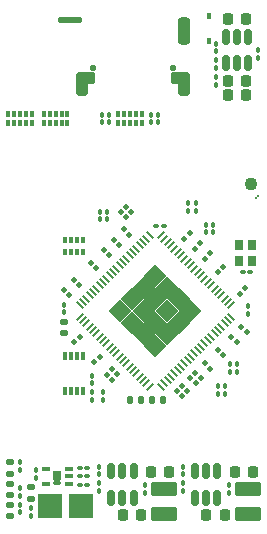
<source format=gbr>
%TF.GenerationSoftware,KiCad,Pcbnew,(6.0.2)*%
%TF.CreationDate,2022-04-22T09:08:27+08:00*%
%TF.ProjectId,usb-nvme,7573622d-6e76-46d6-952e-6b696361645f,rev?*%
%TF.SameCoordinates,Original*%
%TF.FileFunction,Soldermask,Top*%
%TF.FilePolarity,Negative*%
%FSLAX46Y46*%
G04 Gerber Fmt 4.6, Leading zero omitted, Abs format (unit mm)*
G04 Created by KiCad (PCBNEW (6.0.2)) date 2022-04-22 09:08:27*
%MOMM*%
%LPD*%
G01*
G04 APERTURE LIST*
G04 Aperture macros list*
%AMRoundRect*
0 Rectangle with rounded corners*
0 $1 Rounding radius*
0 $2 $3 $4 $5 $6 $7 $8 $9 X,Y pos of 4 corners*
0 Add a 4 corners polygon primitive as box body*
4,1,4,$2,$3,$4,$5,$6,$7,$8,$9,$2,$3,0*
0 Add four circle primitives for the rounded corners*
1,1,$1+$1,$2,$3*
1,1,$1+$1,$4,$5*
1,1,$1+$1,$6,$7*
1,1,$1+$1,$8,$9*
0 Add four rect primitives between the rounded corners*
20,1,$1+$1,$2,$3,$4,$5,0*
20,1,$1+$1,$4,$5,$6,$7,0*
20,1,$1+$1,$6,$7,$8,$9,0*
20,1,$1+$1,$8,$9,$2,$3,0*%
%AMRotRect*
0 Rectangle, with rotation*
0 The origin of the aperture is its center*
0 $1 length*
0 $2 width*
0 $3 Rotation angle, in degrees counterclockwise*
0 Add horizontal line*
21,1,$1,$2,0,0,$3*%
%AMFreePoly0*
4,1,6,0.650000,0.000000,0.050000,-0.300000,-0.100000,-0.300000,-0.100000,0.300000,0.050000,0.300000,0.650000,0.000000,0.650000,0.000000,$1*%
%AMFreePoly1*
4,1,6,0.100000,-0.300000,-0.650000,-0.300000,-0.050000,0.000000,-0.650000,0.300000,0.100000,0.300000,0.100000,-0.300000,0.100000,-0.300000,$1*%
G04 Aperture macros list end*
%ADD10C,0.000000*%
%ADD11R,0.450000X0.600000*%
%ADD12RoundRect,0.100000X0.100000X-0.130000X0.100000X0.130000X-0.100000X0.130000X-0.100000X-0.130000X0*%
%ADD13RoundRect,0.100000X-0.162635X0.021213X0.021213X-0.162635X0.162635X-0.021213X-0.021213X0.162635X0*%
%ADD14RoundRect,0.150000X-0.150000X0.512500X-0.150000X-0.512500X0.150000X-0.512500X0.150000X0.512500X0*%
%ADD15RoundRect,0.100000X0.130000X0.100000X-0.130000X0.100000X-0.130000X-0.100000X0.130000X-0.100000X0*%
%ADD16RoundRect,0.100000X-0.021213X-0.162635X0.162635X0.021213X0.021213X0.162635X-0.162635X-0.021213X0*%
%ADD17RoundRect,0.147500X-0.172500X0.147500X-0.172500X-0.147500X0.172500X-0.147500X0.172500X0.147500X0*%
%ADD18R,0.600000X1.200000*%
%ADD19FreePoly0,90.000000*%
%ADD20FreePoly1,90.000000*%
%ADD21R,0.650000X0.400000*%
%ADD22RoundRect,0.100000X0.162635X-0.021213X-0.021213X0.162635X-0.162635X0.021213X0.021213X-0.162635X0*%
%ADD23R,0.400000X0.500000*%
%ADD24R,0.300000X0.500000*%
%ADD25RoundRect,0.250000X0.850000X-0.375000X0.850000X0.375000X-0.850000X0.375000X-0.850000X-0.375000X0*%
%ADD26RoundRect,0.100000X0.021213X0.162635X-0.162635X-0.021213X-0.021213X-0.162635X0.162635X0.021213X0*%
%ADD27R,2.000000X2.000000*%
%ADD28RoundRect,0.100000X-0.100000X0.130000X-0.100000X-0.130000X0.100000X-0.130000X0.100000X0.130000X0*%
%ADD29RoundRect,0.140000X-0.140000X-0.170000X0.140000X-0.170000X0.140000X0.170000X-0.140000X0.170000X0*%
%ADD30RoundRect,0.140000X-0.170000X0.140000X-0.170000X-0.140000X0.170000X-0.140000X0.170000X0.140000X0*%
%ADD31RoundRect,0.225000X0.225000X0.250000X-0.225000X0.250000X-0.225000X-0.250000X0.225000X-0.250000X0*%
%ADD32RoundRect,0.225000X-0.225000X-0.250000X0.225000X-0.250000X0.225000X0.250000X-0.225000X0.250000X0*%
%ADD33RoundRect,0.147500X0.172500X-0.147500X0.172500X0.147500X-0.172500X0.147500X-0.172500X-0.147500X0*%
%ADD34R,0.300000X0.750000*%
%ADD35R,0.800000X0.900000*%
%ADD36RoundRect,0.140000X0.140000X0.170000X-0.140000X0.170000X-0.140000X-0.170000X0.140000X-0.170000X0*%
%ADD37RoundRect,0.100000X-0.130000X-0.100000X0.130000X-0.100000X0.130000X0.100000X-0.130000X0.100000X0*%
%ADD38R,0.300000X0.550000*%
%ADD39R,0.400000X0.550000*%
%ADD40RotRect,0.200000X0.800000X135.000000*%
%ADD41RotRect,0.200000X0.800000X45.000000*%
%ADD42RotRect,1.400000X1.400000X45.000000*%
%ADD43C,0.700000*%
%ADD44C,1.100000*%
%ADD45C,0.550000*%
%ADD46RoundRect,0.250000X-0.550000X-0.250000X0.550000X-0.250000X0.550000X0.250000X-0.550000X0.250000X0*%
%ADD47RoundRect,0.250000X-0.250000X-0.750000X0.250000X-0.750000X0.250000X0.750000X-0.250000X0.750000X0*%
%ADD48RoundRect,0.125000X-0.875000X0.125000X-0.875000X-0.125000X0.875000X-0.125000X0.875000X0.125000X0*%
%ADD49RoundRect,0.250000X-0.250000X-0.900000X0.250000X-0.900000X0.250000X0.900000X-0.250000X0.900000X0*%
G04 APERTURE END LIST*
D10*
G36*
X21700000Y-15850000D02*
G01*
X21500000Y-15850000D01*
X21500000Y-15650000D01*
X21700000Y-15650000D01*
X21700000Y-15850000D01*
G37*
G36*
X21500000Y-16050000D02*
G01*
X21300000Y-16050000D01*
X21300000Y-15850000D01*
X21500000Y-15850000D01*
X21500000Y-16050000D01*
G37*
D11*
%TO.C,D1*%
X17400000Y-550000D03*
X17400000Y-2650000D03*
%TD*%
D12*
%TO.C,C10*%
X9000000Y-9520000D03*
X9000000Y-8880000D03*
%TD*%
D13*
%TO.C,C36*%
X19320530Y-27677889D03*
X19773078Y-28130437D03*
%TD*%
%TO.C,C21*%
X16279971Y-30718448D03*
X16732519Y-31170996D03*
%TD*%
D14*
%TO.C,U8*%
X11050000Y-39062500D03*
X10100000Y-39062500D03*
X9150000Y-39062500D03*
X9150000Y-41337500D03*
X10100000Y-41337500D03*
X11050000Y-41337500D03*
%TD*%
D15*
%TO.C,C26*%
X13620000Y-18300000D03*
X12980000Y-18300000D03*
%TD*%
%TO.C,R16*%
X7120000Y-40200000D03*
X6480000Y-40200000D03*
%TD*%
D16*
%TO.C,C7*%
X10397990Y-17550538D03*
X10850538Y-17097990D03*
%TD*%
D13*
%TO.C,C35*%
X17057788Y-29940631D03*
X17510336Y-30393179D03*
%TD*%
D14*
%TO.C,U7*%
X18150000Y-39062500D03*
X17200000Y-39062500D03*
X16250000Y-39062500D03*
X16250000Y-41337500D03*
X17200000Y-41337500D03*
X18150000Y-41337500D03*
%TD*%
D16*
%TO.C,C37*%
X20027637Y-24029218D03*
X20480185Y-23576670D03*
%TD*%
D17*
%TO.C,D2*%
X2400000Y-40415000D03*
X2400000Y-41385000D03*
%TD*%
D16*
%TO.C,C39*%
X15360732Y-19362313D03*
X15813280Y-18909765D03*
%TD*%
D18*
%TO.C,JP1*%
X4600000Y-39600000D03*
D19*
X4600000Y-40100000D03*
D20*
X4600000Y-39100000D03*
%TD*%
D21*
%TO.C,U9*%
X5550000Y-40150000D03*
X5550000Y-39500000D03*
X5550000Y-38850000D03*
X3650000Y-38850000D03*
X3650000Y-40150000D03*
%TD*%
D12*
%TO.C,C1*%
X18800000Y-32519999D03*
X18800000Y-31879999D03*
%TD*%
%TO.C,TP1*%
X7500000Y-31620000D03*
X7500000Y-30980000D03*
%TD*%
D22*
%TO.C,C29*%
X6447650Y-23290291D03*
X5995102Y-22837743D03*
%TD*%
D23*
%TO.C,RN1*%
X6750000Y-19500000D03*
D24*
X6250000Y-19500000D03*
X5750000Y-19500000D03*
D23*
X5250000Y-19500000D03*
X5250000Y-20500000D03*
D24*
X5750000Y-20500000D03*
X6250000Y-20500000D03*
D23*
X6750000Y-20500000D03*
%TD*%
D25*
%TO.C,L3*%
X13600000Y-42675000D03*
X13600000Y-40525000D03*
%TD*%
D16*
%TO.C,C38*%
X17057788Y-21059369D03*
X17510336Y-20606821D03*
%TD*%
D26*
%TO.C,C42*%
X9237187Y-30435606D03*
X8784639Y-30888154D03*
%TD*%
D27*
%TO.C,TP2*%
X4000000Y-42000000D03*
%TD*%
D12*
%TO.C,R18*%
X8500000Y-33020000D03*
X8500000Y-32380000D03*
%TD*%
D26*
%TO.C,C18*%
X8176527Y-29374945D03*
X7723979Y-29827493D03*
%TD*%
D28*
%TO.C,R3*%
X5200000Y-24980000D03*
X5200000Y-25620000D03*
%TD*%
D29*
%TO.C,C45*%
X12620000Y-33000000D03*
X13580000Y-33000000D03*
%TD*%
D12*
%TO.C,C14*%
X17199999Y-18820000D03*
X17199999Y-18180000D03*
%TD*%
D26*
%TO.C,C17*%
X6479470Y-27677889D03*
X6026922Y-28130437D03*
%TD*%
D22*
%TO.C,C40*%
X10690291Y-19047650D03*
X10237743Y-18595102D03*
%TD*%
D30*
%TO.C,C15*%
X5200000Y-26440000D03*
X5200000Y-27400000D03*
%TD*%
D12*
%TO.C,C13*%
X17800000Y-18819999D03*
X17800000Y-18179999D03*
%TD*%
D16*
%TO.C,C8*%
X9973726Y-17126274D03*
X10426274Y-16673726D03*
%TD*%
D31*
%TO.C,C33*%
X20575000Y-6000000D03*
X19025000Y-6000000D03*
%TD*%
D22*
%TO.C,C28*%
X7861864Y-21876078D03*
X7409316Y-21423530D03*
%TD*%
D12*
%TO.C,C2*%
X8800000Y-17720000D03*
X8800000Y-17080000D03*
%TD*%
D32*
%TO.C,C51*%
X10125000Y-42800000D03*
X11675000Y-42800000D03*
%TD*%
D15*
%TO.C,C16*%
X20920000Y-22200000D03*
X20280000Y-22200000D03*
%TD*%
D33*
%TO.C,D3*%
X600000Y-42885000D03*
X600000Y-41915000D03*
%TD*%
D12*
%TO.C,R11*%
X20700000Y-25720000D03*
X20700000Y-25080000D03*
%TD*%
%TO.C,C30*%
X21600000Y-4070000D03*
X21600000Y-3430000D03*
%TD*%
D34*
%TO.C,U4*%
X6750000Y-29344975D03*
X6250000Y-29344975D03*
X5750000Y-29344975D03*
X5250000Y-29344975D03*
X5250000Y-32244975D03*
X5750000Y-32244975D03*
X6250000Y-32244975D03*
X6750000Y-32244975D03*
%TD*%
D28*
%TO.C,C48*%
X19100000Y-40230000D03*
X19100000Y-40870000D03*
%TD*%
D35*
%TO.C,Y1*%
X21050000Y-21300000D03*
X21050000Y-19900000D03*
X19950000Y-19900000D03*
X19950000Y-21300000D03*
%TD*%
D36*
%TO.C,C46*%
X11680000Y-33000000D03*
X10720000Y-33000000D03*
%TD*%
D13*
%TO.C,C23*%
X20169058Y-26829361D03*
X20621606Y-27281909D03*
%TD*%
D37*
%TO.C,C50*%
X6480000Y-39500000D03*
X7120000Y-39500000D03*
%TD*%
D12*
%TO.C,R19*%
X15200000Y-40719999D03*
X15200000Y-40079999D03*
%TD*%
D28*
%TO.C,C47*%
X7500000Y-32380000D03*
X7500000Y-33020000D03*
%TD*%
D22*
%TO.C,C41*%
X8993235Y-20744707D03*
X8540687Y-20292159D03*
%TD*%
D12*
%TO.C,R2*%
X13100000Y-9520000D03*
X13100000Y-8880000D03*
%TD*%
D26*
%TO.C,C19*%
X9661451Y-30859870D03*
X9208903Y-31312418D03*
%TD*%
D31*
%TO.C,C53*%
X21175000Y-39100000D03*
X19625000Y-39100000D03*
%TD*%
D12*
%TO.C,R22*%
X8100000Y-39320000D03*
X8100000Y-38680000D03*
%TD*%
%TO.C,C12*%
X12500000Y-9520000D03*
X12500000Y-8880000D03*
%TD*%
%TO.C,R1*%
X8400000Y-9520000D03*
X8400000Y-8880000D03*
%TD*%
D28*
%TO.C,R14*%
X18000000Y-4280000D03*
X18000000Y-4920000D03*
%TD*%
%TO.C,R15*%
X18000000Y-5680000D03*
X18000000Y-6320000D03*
%TD*%
D12*
%TO.C,C55*%
X2800000Y-39620000D03*
X2800000Y-38980000D03*
%TD*%
D31*
%TO.C,C54*%
X14075000Y-39100000D03*
X12525000Y-39100000D03*
%TD*%
D12*
%TO.C,C5*%
X19199999Y-30619999D03*
X19199999Y-29979999D03*
%TD*%
%TO.C,C4*%
X8199999Y-17719999D03*
X8199999Y-17079999D03*
%TD*%
%TO.C,R6*%
X1400000Y-38920000D03*
X1400000Y-38280000D03*
%TD*%
D13*
%TO.C,C34*%
X15855707Y-31142712D03*
X16308255Y-31595260D03*
%TD*%
D12*
%TO.C,R21*%
X8100000Y-40720000D03*
X8100000Y-40080000D03*
%TD*%
D22*
%TO.C,C27*%
X9841763Y-19896179D03*
X9389215Y-19443631D03*
%TD*%
D12*
%TO.C,C9*%
X16300000Y-17020000D03*
X16300000Y-16380000D03*
%TD*%
D31*
%TO.C,C32*%
X20575000Y-7200000D03*
X19025000Y-7200000D03*
%TD*%
D27*
%TO.C,TP3*%
X6600000Y-42000000D03*
%TD*%
D32*
%TO.C,C52*%
X17225000Y-42800000D03*
X18775000Y-42800000D03*
%TD*%
D13*
%TO.C,C43*%
X15148600Y-31849819D03*
X15601148Y-32302367D03*
%TD*%
D16*
%TO.C,C25*%
X16209260Y-20210841D03*
X16661808Y-19758293D03*
%TD*%
D14*
%TO.C,U5*%
X20750000Y-2262500D03*
X19800000Y-2262500D03*
X18850000Y-2262500D03*
X18850000Y-4537500D03*
X19800000Y-4537500D03*
X20750000Y-4537500D03*
%TD*%
D38*
%TO.C,U2*%
X5450000Y-8815000D03*
X4950000Y-8815000D03*
D39*
X4450000Y-8815000D03*
D38*
X3950000Y-8815000D03*
X3450000Y-8815000D03*
X3450000Y-9585000D03*
X3950000Y-9585000D03*
D39*
X4450000Y-9585000D03*
D38*
X4950000Y-9585000D03*
X5450000Y-9585000D03*
%TD*%
D12*
%TO.C,R5*%
X1400000Y-42520000D03*
X1400000Y-41880000D03*
%TD*%
D17*
%TO.C,D4*%
X600000Y-38315000D03*
X600000Y-39285000D03*
%TD*%
D12*
%TO.C,C6*%
X19800000Y-30620000D03*
X19800000Y-29980000D03*
%TD*%
D28*
%TO.C,R7*%
X1400000Y-40480000D03*
X1400000Y-41120000D03*
%TD*%
D32*
%TO.C,C31*%
X19025000Y-800000D03*
X20575000Y-800000D03*
%TD*%
D12*
%TO.C,C3*%
X18199999Y-32520000D03*
X18199999Y-31880000D03*
%TD*%
D38*
%TO.C,U3*%
X2450000Y-8815000D03*
X1950000Y-8815000D03*
D39*
X1450000Y-8815000D03*
D38*
X950000Y-8815000D03*
X450000Y-8815000D03*
X450000Y-9585000D03*
X950000Y-9585000D03*
D39*
X1450000Y-9585000D03*
D38*
X1950000Y-9585000D03*
X2450000Y-9585000D03*
%TD*%
D12*
%TO.C,R4*%
X2400000Y-42820000D03*
X2400000Y-42180000D03*
%TD*%
D28*
%TO.C,C49*%
X12000000Y-40230000D03*
X12000000Y-40870000D03*
%TD*%
D12*
%TO.C,C11*%
X15699999Y-17019999D03*
X15699999Y-16379999D03*
%TD*%
D40*
%TO.C,U1*%
X6483006Y-25977297D03*
X6765849Y-26260140D03*
X7048691Y-26542983D03*
X7331534Y-26825825D03*
X7614377Y-27108668D03*
X7897220Y-27391511D03*
X8180062Y-27674353D03*
X8462905Y-27957196D03*
X8745748Y-28240039D03*
X9028590Y-28522881D03*
X9311433Y-28805724D03*
X9594276Y-29088567D03*
X9877119Y-29371410D03*
X10159961Y-29654252D03*
X10442804Y-29937095D03*
X10725647Y-30219938D03*
X11008489Y-30502780D03*
X11291332Y-30785623D03*
X11574175Y-31068466D03*
X11857017Y-31351309D03*
X12139860Y-31634151D03*
X12422703Y-31916994D03*
D41*
X13377297Y-31916994D03*
X13660140Y-31634151D03*
X13942983Y-31351309D03*
X14225825Y-31068466D03*
X14508668Y-30785623D03*
X14791511Y-30502780D03*
X15074353Y-30219938D03*
X15357196Y-29937095D03*
X15640039Y-29654252D03*
X15922881Y-29371410D03*
X16205724Y-29088567D03*
X16488567Y-28805724D03*
X16771410Y-28522881D03*
X17054252Y-28240039D03*
X17337095Y-27957196D03*
X17619938Y-27674353D03*
X17902780Y-27391511D03*
X18185623Y-27108668D03*
X18468466Y-26825825D03*
X18751309Y-26542983D03*
X19034151Y-26260140D03*
X19316994Y-25977297D03*
D40*
X19316994Y-25022703D03*
X19034151Y-24739860D03*
X18751309Y-24457017D03*
X18468466Y-24174175D03*
X18185623Y-23891332D03*
X17902780Y-23608489D03*
X17619938Y-23325647D03*
X17337095Y-23042804D03*
X17054252Y-22759961D03*
X16771410Y-22477119D03*
X16488567Y-22194276D03*
X16205724Y-21911433D03*
X15922881Y-21628590D03*
X15640039Y-21345748D03*
X15357196Y-21062905D03*
X15074353Y-20780062D03*
X14791511Y-20497220D03*
X14508668Y-20214377D03*
X14225825Y-19931534D03*
X13942983Y-19648691D03*
X13660140Y-19365849D03*
X13377297Y-19083006D03*
D41*
X12422703Y-19083006D03*
X12139860Y-19365849D03*
X11857017Y-19648691D03*
X11574175Y-19931534D03*
X11291332Y-20214377D03*
X11008489Y-20497220D03*
X10725647Y-20780062D03*
X10442804Y-21062905D03*
X10159961Y-21345748D03*
X9877119Y-21628590D03*
X9594276Y-21911433D03*
X9311433Y-22194276D03*
X9028590Y-22477119D03*
X8745748Y-22759961D03*
X8462905Y-23042804D03*
X8180062Y-23325647D03*
X7897220Y-23608489D03*
X7614377Y-23891332D03*
X7331534Y-24174175D03*
X7048691Y-24457017D03*
X6765849Y-24739860D03*
X6483006Y-25022703D03*
D42*
X14879899Y-24510051D03*
X11910051Y-27479899D03*
X13889949Y-25500000D03*
D43*
X14879899Y-26489949D03*
X15869848Y-25500000D03*
X15869848Y-25500000D03*
X11910051Y-27479899D03*
X12900000Y-28469848D03*
X12900000Y-22530152D03*
X13889949Y-25500000D03*
X13889949Y-27479899D03*
X14879899Y-24510051D03*
D42*
X13889949Y-27479899D03*
D43*
X10920101Y-24510051D03*
X11910051Y-27479899D03*
X12900000Y-28469848D03*
D42*
X13889949Y-23520101D03*
D43*
X13889949Y-25500000D03*
X10920101Y-26489949D03*
D42*
X12900000Y-28469848D03*
X11910051Y-23520101D03*
D43*
X14879899Y-24510051D03*
X11910051Y-25500000D03*
D42*
X14879899Y-26489949D03*
D43*
X13889949Y-23520101D03*
D42*
X10920101Y-26489949D03*
X12900000Y-24510051D03*
X12900000Y-22530152D03*
D43*
X12900000Y-24510051D03*
X12900000Y-26489949D03*
D42*
X9930152Y-25500000D03*
D43*
X11910051Y-23520101D03*
X9930152Y-25500000D03*
D42*
X11910051Y-25500000D03*
X10920101Y-24510051D03*
X15869848Y-25500000D03*
X12900000Y-26489949D03*
D43*
X12900000Y-26489949D03*
X14879899Y-26489949D03*
X13889949Y-27479899D03*
%TD*%
D12*
%TO.C,R20*%
X15200000Y-39320000D03*
X15200000Y-38680000D03*
%TD*%
D33*
%TO.C,D5*%
X600000Y-41085000D03*
X600000Y-40115000D03*
%TD*%
D38*
%TO.C,U6*%
X11750000Y-8815000D03*
X11250000Y-8815000D03*
D39*
X10750000Y-8815000D03*
D38*
X10250000Y-8815000D03*
X9750000Y-8815000D03*
X9750000Y-9585000D03*
X10250000Y-9585000D03*
D39*
X10750000Y-9585000D03*
D38*
X11250000Y-9585000D03*
X11750000Y-9585000D03*
%TD*%
D37*
%TO.C,R17*%
X6480000Y-38800000D03*
X7120000Y-38800000D03*
%TD*%
D25*
%TO.C,L2*%
X20700000Y-42675000D03*
X20700000Y-40525000D03*
%TD*%
D16*
%TO.C,C24*%
X18189159Y-22190740D03*
X18641707Y-21738192D03*
%TD*%
D13*
%TO.C,C20*%
X14724336Y-32274083D03*
X15176884Y-32726631D03*
%TD*%
%TO.C,C22*%
X18189159Y-28809260D03*
X18641707Y-29261808D03*
%TD*%
D22*
%TO.C,C44*%
X5599122Y-24138819D03*
X5146574Y-23686271D03*
%TD*%
D28*
%TO.C,R13*%
X18000000Y-2880000D03*
X18000000Y-3520000D03*
%TD*%
D44*
%TO.C,J2*%
X21000000Y-14725000D03*
%TD*%
D45*
%TO.C,J1*%
X7600000Y-4947500D03*
X14400000Y-4947500D03*
D46*
X7000000Y-5797500D03*
D47*
X6680000Y-6297500D03*
D46*
X15000000Y-5787500D03*
D47*
X15320000Y-6287500D03*
D48*
X5680000Y-897500D03*
D49*
X15320000Y-1747500D03*
%TD*%
M02*

</source>
